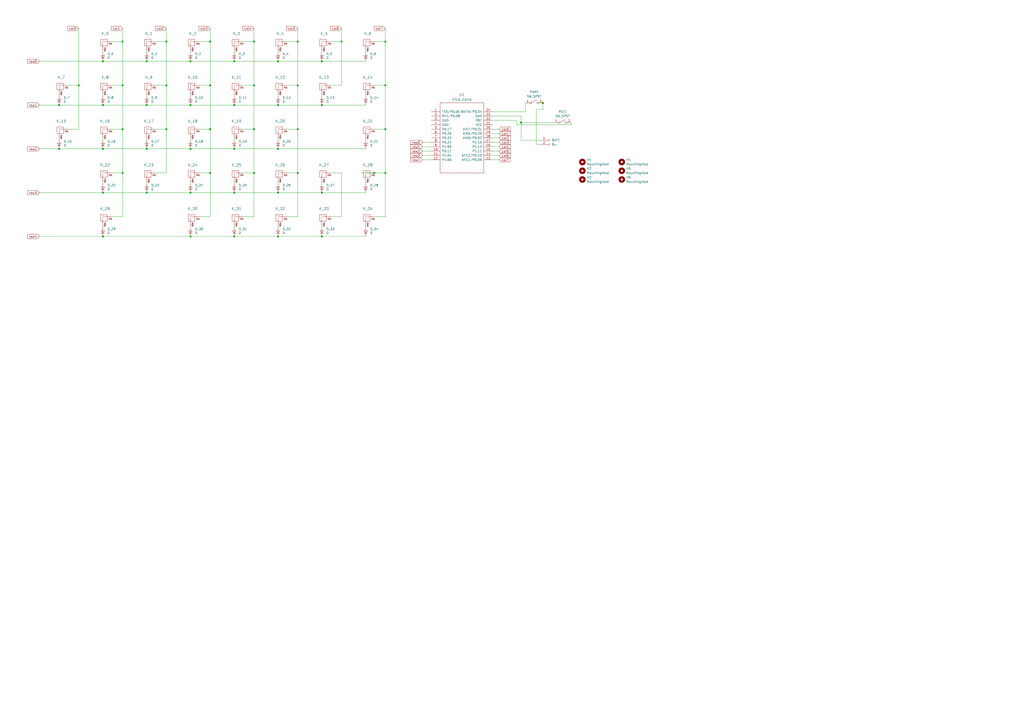
<source format=kicad_sch>
(kicad_sch (version 20231120) (generator "eeschema") (generator_version "8.0")
  (paper "A2")
  (lib_symbols
    (symbol "Connector:Conn_01x02_Socket" (pin_names (offset 1.016) hide)
      (property "Reference" "J" (at 0 2.54 0))
      (property "Value" "Conn_01x02_Socket" (at 0 -5.08 0))
      (symbol "Conn_01x02_Socket_1_1"
        (arc (start 0 -2.032) (mid -0.5058 -2.54) (end 0 -3.048) (stroke (width 0.1524)))
        (polyline (pts (xy -1.27 -2.54) (xy -0.508 -2.54)) (stroke (width 0.1524)))
        (polyline (pts (xy -1.27 0) (xy -0.508 0)) (stroke (width 0.1524)))
        (arc (start 0 0.508) (mid -0.5058 0) (end 0 -0.508) (stroke (width 0.1524)))
        (pin passive line (at -5.08 0 0) (length 3.81) (name "Pin_1") (number "1"))
        (pin passive line (at -5.08 -2.54 0) (length 3.81) (name "Pin_2") (number "2"))
      )
    )
    (symbol "MX_Alps_Hybrid:MX-NoLED" (pin_names (offset 1.016))
      (property "Reference" "MX" (at -0.635 3.81 0))
      (property "Value" "MX-NoLED" (at -0.635 1.27 0))
      (symbol "MX-NoLED_0_0"
        (rectangle (start -2.54 2.54) (end 1.27 -1.27))
        (polyline (pts (xy -1.27 -1.27) (xy -1.27 1.27)) (stroke (width 0.127)))
        (polyline (pts (xy 1.27 1.27) (xy 0 1.27) (xy -1.27 1.905)) (stroke (width 0.127)))
        (text "COL" (at 3.175 0 0) (effects (font (size 0.762 0.762))))
        (text "ROW" (at 0 -1.905 900) (effects (font (size 0.762 0.762)) (justify right)))
      )
      (symbol "MX-NoLED_1_1"
        (pin passive line (at 3.81 1.27 180) (length 2.54) (name "COL") (number "1"))
        (pin passive line (at -1.27 -3.81 90) (length 2.54) (name "ROW") (number "2"))
      )
    )
    (symbol "Mechanical:MountingHole" (pin_names (offset 1.016)) (exclude_from_sim yes) (in_bom no)
      (property "Reference" "H" (at 0 5.08 0))
      (property "Value" "MountingHole" (at 0 3.175 0))
      (symbol "MountingHole_0_1"
        (circle (center 0 0) (radius 1.27) (stroke (width 1.27)))
      )
    )
    (symbol "Switch:SW_SPST" (pin_names (offset 0) hide)
      (property "Reference" "SW" (at 0 3.175 0))
      (property "Value" "SW_SPST" (at 0 -2.54 0))
      (symbol "SW_SPST_0_0"
        (circle (center -2.032 0) (radius 0.508))
        (polyline (pts (xy -1.524 0.254) (xy 1.524 1.778)))
        (circle (center 2.032 0) (radius 0.508))
      )
      (symbol "SW_SPST_1_1"
        (pin passive line (at -5.08 0 0) (length 2.54) (name "A") (number "1"))
        (pin passive line (at 5.08 0 180) (length 2.54) (name "B") (number "2"))
      )
    )
    (symbol "cb:nice_nano" (pin_names (offset 1.016))
      (property "Reference" "U" (at 0 0 0))
      (property "Value" "nice_nano" (at 0 2.54 0))
      (symbol "nice_nano_0_1"
        (rectangle (start -12.7 -21.59) (end 12.7 19.05))
      )
      (symbol "nice_nano_1_1"
        (pin input line (at -17.78 13.97 0) (length 5.08) (name "TX0/P0.06") (number "1"))
        (pin input line (at -17.78 -8.89 0) (length 5.08) (name "P0.11") (number "10"))
        (pin input line (at -17.78 -11.43 0) (length 5.08) (name "P1.04") (number "11"))
        (pin input line (at -17.78 -13.97 0) (length 5.08) (name "P1.06") (number "12"))
        (pin input line (at 17.78 -13.97 180) (length 5.08) (name "NFC1/P0.09") (number "13"))
        (pin input line (at 17.78 -11.43 180) (length 5.08) (name "NFC2/P0.10") (number "14"))
        (pin input line (at 17.78 -8.89 180) (length 5.08) (name "P1.11") (number "15"))
        (pin input line (at 17.78 -6.35 180) (length 5.08) (name "P1.13") (number "16"))
        (pin input line (at 17.78 -3.81 180) (length 5.08) (name "P1.15") (number "17"))
        (pin input line (at 17.78 -1.27 180) (length 5.08) (name "AIN0/P0.02") (number "18"))
        (pin input line (at 17.78 1.27 180) (length 5.08) (name "AIN5/P0.29") (number "19"))
        (pin input line (at -17.78 11.43 0) (length 5.08) (name "RX1/P0.08") (number "2"))
        (pin input line (at 17.78 3.81 180) (length 5.08) (name "AIN7/P0.31") (number "20"))
        (pin input line (at 17.78 6.35 180) (length 5.08) (name "VCC") (number "21"))
        (pin input line (at 17.78 8.89 180) (length 5.08) (name "RST") (number "22"))
        (pin input line (at 17.78 11.43 180) (length 5.08) (name "GND") (number "23"))
        (pin input line (at 17.78 13.97 180) (length 5.08) (name "BATIN/P0.04") (number "24"))
        (pin input line (at -17.78 8.89 0) (length 5.08) (name "GND") (number "3"))
        (pin input line (at -17.78 6.35 0) (length 5.08) (name "GND") (number "4"))
        (pin input line (at -17.78 3.81 0) (length 5.08) (name "P0.17") (number "5"))
        (pin input line (at -17.78 1.27 0) (length 5.08) (name "P0.20") (number "6"))
        (pin input line (at -17.78 -1.27 0) (length 5.08) (name "P0.22") (number "7"))
        (pin input line (at -17.78 -3.81 0) (length 5.08) (name "P0.24") (number "8"))
        (pin input line (at -17.78 -6.35 0) (length 5.08) (name "P1.00") (number "9"))
      )
    )
    (symbol "keyboard-rescue:D_Small-Device" (pin_numbers hide) (pin_names (offset 0.254) hide)
      (property "Reference" "D" (at -1.27 2.032 0))
      (property "Value" "Device_D_Small" (at -3.81 -2.032 0))
      (symbol "D_Small-Device_0_1"
        (polyline (pts (xy -0.762 -1.016) (xy -0.762 1.016)))
        (polyline (pts (xy -0.762 0) (xy 0.762 0)))
        (polyline (pts (xy 0.762 -1.016) (xy -0.762 0) (xy 0.762 1.016) (xy 0.762 -1.016)))
      )
      (symbol "D_Small-Device_1_1"
        (pin passive line (at -2.54 0 0) (length 1.778) (name "K") (number "1"))
        (pin passive line (at 2.54 0 180) (length 1.778) (name "A") (number "2"))
      )
    )
  )
  (junction (at 96.52 74.93))
  (junction (at 172.72 74.93))
  (junction (at 71.12 100.33))
  (junction (at 110.49 137.16))
  (junction (at 135.89 86.36))
  (junction (at 314.96 59.69))
  (junction (at 198.12 24.13))
  (junction (at 45.72 49.53))
  (junction (at 186.69 137.16))
  (junction (at 110.49 35.56))
  (junction (at 147.32 100.33))
  (junction (at 223.52 74.93))
  (junction (at 110.49 111.76))
  (junction (at 121.92 100.33))
  (junction (at 59.69 60.96))
  (junction (at 59.69 86.36))
  (junction (at 161.29 35.56))
  (junction (at 172.72 24.13))
  (junction (at 85.09 86.36))
  (junction (at 110.49 86.36))
  (junction (at 147.32 49.53))
  (junction (at 85.09 35.56))
  (junction (at 71.12 49.53))
  (junction (at 135.89 111.76))
  (junction (at 186.69 35.56))
  (junction (at 121.92 24.13))
  (junction (at 161.29 60.96))
  (junction (at 172.72 100.33))
  (junction (at 147.32 74.93))
  (junction (at 71.12 74.93))
  (junction (at 161.29 86.36))
  (junction (at 121.92 49.53))
  (junction (at 85.09 60.96))
  (junction (at 59.69 111.76))
  (junction (at 147.32 24.13))
  (junction (at 34.29 86.36))
  (junction (at 223.52 100.33))
  (junction (at 96.52 49.53))
  (junction (at 223.52 49.53))
  (junction (at 59.69 35.56))
  (junction (at 85.09 111.76))
  (junction (at 110.49 60.96))
  (junction (at 186.69 60.96))
  (junction (at 161.29 137.16))
  (junction (at 96.52 24.13))
  (junction (at 34.29 60.96))
  (junction (at 161.29 111.76))
  (junction (at 172.72 49.53))
  (junction (at 186.69 111.76))
  (junction (at 59.69 137.16))
  (junction (at 217.17 100.33))
  (junction (at 135.89 60.96))
  (junction (at 71.12 24.13))
  (junction (at 135.89 35.56))
  (junction (at 135.89 137.16))
  (junction (at 121.92 74.93))
  (junction (at 223.52 24.13))
  (junction (at 302.26 71.12))
  (wire (pts (xy 166.37 24.13) (xy 172.72 24.13)))
  (wire (pts (xy 285.75 64.77) (xy 304.8 64.77)))
  (wire (pts (xy 59.69 54.61) (xy 59.69 55.88)))
  (wire (pts (xy 110.49 105.41) (xy 110.49 106.68)))
  (wire (pts (xy 71.12 24.13) (xy 71.12 49.53)))
  (wire (pts (xy 59.69 130.81) (xy 59.69 132.08)))
  (wire (pts (xy 198.12 125.73) (xy 198.12 100.33)))
  (wire (pts (xy 302.26 71.12) (xy 302.26 67.31)))
  (wire (pts (xy 45.72 74.93) (xy 45.72 49.53)))
  (wire (pts (xy 172.72 100.33) (xy 172.72 74.93)))
  (wire (pts (xy 285.75 85.09) (xy 289.56 85.09)))
  (wire (pts (xy 115.57 49.53) (xy 121.92 49.53)))
  (wire (pts (xy 34.29 86.36) (xy 59.69 86.36)))
  (wire (pts (xy 285.75 87.63) (xy 289.56 87.63)))
  (wire (pts (xy 250.19 92.71) (xy 245.11 92.71)))
  (wire (pts (xy 212.09 54.61) (xy 212.09 55.88)))
  (wire (pts (xy 212.09 29.21) (xy 212.09 30.48)))
  (wire (pts (xy 90.17 24.13) (xy 96.52 24.13)))
  (wire (pts (xy 34.29 60.96) (xy 59.69 60.96)))
  (wire (pts (xy 110.49 29.21) (xy 110.49 30.48)))
  (wire (pts (xy 96.52 24.13) (xy 96.52 49.53)))
  (wire (pts (xy 285.75 74.93) (xy 289.56 74.93)))
  (wire (pts (xy 186.69 105.41) (xy 186.69 106.68)))
  (wire (pts (xy 161.29 35.56) (xy 186.69 35.56)))
  (wire (pts (xy 212.09 80.01) (xy 212.09 81.28)))
  (wire (pts (xy 314.96 63.5) (xy 314.96 59.69)))
  (wire (pts (xy 110.49 86.36) (xy 135.89 86.36)))
  (wire (pts (xy 22.86 86.36) (xy 34.29 86.36)))
  (wire (pts (xy 135.89 35.56) (xy 161.29 35.56)))
  (wire (pts (xy 90.17 74.93) (xy 96.52 74.93)))
  (wire (pts (xy 191.77 100.33) (xy 198.12 100.33)))
  (wire (pts (xy 110.49 54.61) (xy 110.49 55.88)))
  (wire (pts (xy 166.37 49.53) (xy 172.72 49.53)))
  (wire (pts (xy 166.37 100.33) (xy 172.72 100.33)))
  (wire (pts (xy 223.52 125.73) (xy 223.52 100.33)))
  (wire (pts (xy 302.26 81.28) (xy 313.69 81.28)))
  (wire (pts (xy 85.09 35.56) (xy 110.49 35.56)))
  (wire (pts (xy 304.8 64.77) (xy 304.8 59.69)))
  (wire (pts (xy 166.37 125.73) (xy 172.72 125.73)))
  (wire (pts (xy 90.17 49.53) (xy 96.52 49.53)))
  (wire (pts (xy 223.52 16.51) (xy 223.52 24.13)))
  (wire (pts (xy 135.89 60.96) (xy 161.29 60.96)))
  (wire (pts (xy 115.57 74.93) (xy 121.92 74.93)))
  (wire (pts (xy 59.69 105.41) (xy 59.69 106.68)))
  (wire (pts (xy 161.29 54.61) (xy 161.29 55.88)))
  (wire (pts (xy 161.29 86.36) (xy 212.09 86.36)))
  (wire (pts (xy 135.89 86.36) (xy 161.29 86.36)))
  (wire (pts (xy 311.15 83.82) (xy 311.15 63.5)))
  (wire (pts (xy 140.97 100.33) (xy 147.32 100.33)))
  (wire (pts (xy 34.29 80.01) (xy 34.29 81.28)))
  (wire (pts (xy 135.89 105.41) (xy 135.89 106.68)))
  (wire (pts (xy 110.49 111.76) (xy 135.89 111.76)))
  (wire (pts (xy 34.29 54.61) (xy 34.29 55.88)))
  (wire (pts (xy 85.09 29.21) (xy 85.09 30.48)))
  (wire (pts (xy 172.72 16.51) (xy 172.72 24.13)))
  (wire (pts (xy 212.09 130.81) (xy 212.09 132.08)))
  (wire (pts (xy 161.29 130.81) (xy 161.29 132.08)))
  (wire (pts (xy 64.77 24.13) (xy 71.12 24.13)))
  (wire (pts (xy 321.31 71.12) (xy 302.26 71.12)))
  (wire (pts (xy 161.29 111.76) (xy 186.69 111.76)))
  (wire (pts (xy 90.17 100.33) (xy 96.52 100.33)))
  (wire (pts (xy 85.09 80.01) (xy 85.09 81.28)))
  (wire (pts (xy 299.72 69.85) (xy 285.75 69.85)))
  (wire (pts (xy 302.26 81.28) (xy 302.26 71.12)))
  (wire (pts (xy 191.77 49.53) (xy 198.12 49.53)))
  (wire (pts (xy 135.89 29.21) (xy 135.89 30.48)))
  (wire (pts (xy 250.19 85.09) (xy 245.11 85.09)))
  (wire (pts (xy 59.69 35.56) (xy 85.09 35.56)))
  (wire (pts (xy 140.97 74.93) (xy 147.32 74.93)))
  (wire (pts (xy 186.69 137.16) (xy 212.09 137.16)))
  (wire (pts (xy 186.69 35.56) (xy 212.09 35.56)))
  (wire (pts (xy 59.69 29.21) (xy 59.69 30.48)))
  (wire (pts (xy 85.09 111.76) (xy 110.49 111.76)))
  (wire (pts (xy 223.52 24.13) (xy 223.52 49.53)))
  (wire (pts (xy 140.97 49.53) (xy 147.32 49.53)))
  (wire (pts (xy 285.75 77.47) (xy 289.56 77.47)))
  (wire (pts (xy 223.52 100.33) (xy 223.52 74.93)))
  (wire (pts (xy 115.57 100.33) (xy 121.92 100.33)))
  (wire (pts (xy 285.75 80.01) (xy 289.56 80.01)))
  (wire (pts (xy 110.49 137.16) (xy 135.89 137.16)))
  (wire (pts (xy 331.47 72.39) (xy 299.72 72.39)))
  (wire (pts (xy 198.12 16.51) (xy 198.12 24.13)))
  (wire (pts (xy 186.69 29.21) (xy 186.69 30.48)))
  (wire (pts (xy 186.69 130.81) (xy 186.69 132.08)))
  (wire (pts (xy 39.37 74.93) (xy 45.72 74.93)))
  (wire (pts (xy 217.17 74.93) (xy 223.52 74.93)))
  (wire (pts (xy 85.09 105.41) (xy 85.09 106.68)))
  (wire (pts (xy 299.72 72.39) (xy 299.72 69.85)))
  (wire (pts (xy 285.75 90.17) (xy 289.56 90.17)))
  (wire (pts (xy 115.57 24.13) (xy 121.92 24.13)))
  (wire (pts (xy 198.12 24.13) (xy 198.12 49.53)))
  (wire (pts (xy 71.12 74.93) (xy 71.12 49.53)))
  (wire (pts (xy 59.69 60.96) (xy 85.09 60.96)))
  (wire (pts (xy 250.19 90.17) (xy 245.11 90.17)))
  (wire (pts (xy 64.77 49.53) (xy 71.12 49.53)))
  (wire (pts (xy 217.17 49.53) (xy 223.52 49.53)))
  (wire (pts (xy 110.49 80.01) (xy 110.49 81.28)))
  (wire (pts (xy 186.69 111.76) (xy 212.09 111.76)))
  (wire (pts (xy 209.55 100.33) (xy 217.17 100.33)))
  (wire (pts (xy 121.92 100.33) (xy 121.92 74.93)))
  (wire (pts (xy 135.89 54.61) (xy 135.89 55.88)))
  (wire (pts (xy 96.52 74.93) (xy 96.52 49.53)))
  (wire (pts (xy 186.69 60.96) (xy 212.09 60.96)))
  (wire (pts (xy 96.52 100.33) (xy 96.52 74.93)))
  (wire (pts (xy 161.29 60.96) (xy 186.69 60.96)))
  (wire (pts (xy 161.29 105.41) (xy 161.29 106.68)))
  (wire (pts (xy 161.29 80.01) (xy 161.29 81.28)))
  (wire (pts (xy 147.32 24.13) (xy 147.32 49.53)))
  (wire (pts (xy 212.09 105.41) (xy 212.09 106.68)))
  (wire (pts (xy 135.89 130.81) (xy 135.89 132.08)))
  (wire (pts (xy 285.75 92.71) (xy 289.56 92.71)))
  (wire (pts (xy 147.32 100.33) (xy 147.32 74.93)))
  (wire (pts (xy 71.12 100.33) (xy 71.12 74.93)))
  (wire (pts (xy 121.92 74.93) (xy 121.92 49.53)))
  (wire (pts (xy 161.29 29.21) (xy 161.29 30.48)))
  (wire (pts (xy 331.47 71.12) (xy 331.47 72.39)))
  (wire (pts (xy 217.17 125.73) (xy 223.52 125.73)))
  (wire (pts (xy 302.26 67.31) (xy 285.75 67.31)))
  (wire (pts (xy 64.77 74.93) (xy 71.12 74.93)))
  (wire (pts (xy 22.86 111.76) (xy 59.69 111.76)))
  (wire (pts (xy 172.72 74.93) (xy 172.72 49.53)))
  (wire (pts (xy 191.77 24.13) (xy 198.12 24.13)))
  (wire (pts (xy 223.52 74.93) (xy 223.52 49.53)))
  (wire (pts (xy 217.17 24.13) (xy 223.52 24.13)))
  (wire (pts (xy 64.77 125.73) (xy 71.12 125.73)))
  (wire (pts (xy 135.89 137.16) (xy 161.29 137.16)))
  (wire (pts (xy 59.69 137.16) (xy 110.49 137.16)))
  (wire (pts (xy 45.72 16.51) (xy 45.72 49.53)))
  (wire (pts (xy 140.97 24.13) (xy 147.32 24.13)))
  (wire (pts (xy 115.57 125.73) (xy 121.92 125.73)))
  (wire (pts (xy 191.77 125.73) (xy 198.12 125.73)))
  (wire (pts (xy 313.69 83.82) (xy 311.15 83.82)))
  (wire (pts (xy 22.86 35.56) (xy 59.69 35.56)))
  (wire (pts (xy 121.92 24.13) (xy 121.92 49.53)))
  (wire (pts (xy 85.09 60.96) (xy 110.49 60.96)))
  (wire (pts (xy 96.52 16.51) (xy 96.52 24.13)))
  (wire (pts (xy 250.19 82.55) (xy 245.11 82.55)))
  (wire (pts (xy 22.86 60.96) (xy 34.29 60.96)))
  (wire (pts (xy 59.69 111.76) (xy 85.09 111.76)))
  (wire (pts (xy 285.75 82.55) (xy 289.56 82.55)))
  (wire (pts (xy 172.72 24.13) (xy 172.72 49.53)))
  (wire (pts (xy 186.69 54.61) (xy 186.69 55.88)))
  (wire (pts (xy 121.92 16.51) (xy 121.92 24.13)))
  (wire (pts (xy 121.92 125.73) (xy 121.92 100.33)))
  (wire (pts (xy 85.09 54.61) (xy 85.09 55.88)))
  (wire (pts (xy 311.15 63.5) (xy 314.96 63.5)))
  (wire (pts (xy 59.69 86.36) (xy 85.09 86.36)))
  (wire (pts (xy 135.89 111.76) (xy 161.29 111.76)))
  (wire (pts (xy 39.37 49.53) (xy 45.72 49.53)))
  (wire (pts (xy 22.86 137.16) (xy 59.69 137.16)))
  (wire (pts (xy 110.49 35.56) (xy 135.89 35.56)))
  (wire (pts (xy 147.32 74.93) (xy 147.32 49.53)))
  (wire (pts (xy 64.77 100.33) (xy 71.12 100.33)))
  (wire (pts (xy 172.72 125.73) (xy 172.72 100.33)))
  (wire (pts (xy 110.49 60.96) (xy 135.89 60.96)))
  (wire (pts (xy 71.12 16.51) (xy 71.12 24.13)))
  (wire (pts (xy 110.49 130.81) (xy 110.49 132.08)))
  (wire (pts (xy 140.97 125.73) (xy 147.32 125.73)))
  (wire (pts (xy 217.17 100.33) (xy 223.52 100.33)))
  (wire (pts (xy 147.32 16.51) (xy 147.32 24.13)))
  (wire (pts (xy 59.69 80.01) (xy 59.69 81.28)))
  (wire (pts (xy 250.19 87.63) (xy 245.11 87.63)))
  (wire (pts (xy 85.09 86.36) (xy 110.49 86.36)))
  (wire (pts (xy 147.32 125.73) (xy 147.32 100.33)))
  (wire (pts (xy 313.69 59.69) (xy 314.96 59.69)))
  (wire (pts (xy 161.29 137.16) (xy 186.69 137.16)))
  (wire (pts (xy 166.37 74.93) (xy 172.72 74.93)))
  (wire (pts (xy 135.89 80.01) (xy 135.89 81.28)))
  (wire (pts (xy 71.12 125.73) (xy 71.12 100.33)))
  (global_label "col1" (shape input) (at 71.12 16.51 180) (property "Intersheetrefs" "${INTERSHEET_REFS}" (effects (hide yes))))
  (global_label "row4" (shape input) (at 22.86 137.16 180) (property "Intersheetrefs" "${INTERSHEET_REFS}" (effects (hide yes))))
  (global_label "row0" (shape input) (at 245.11 82.55 180) (property "Intersheetrefs" "${INTERSHEET_REFS}" (effects (hide yes))))
  (global_label "col0" (shape input) (at 289.56 74.93 0) (property "Intersheetrefs" "${INTERSHEET_REFS}" (effects (hide yes))))
  (global_label "row2" (shape input) (at 22.86 86.36 180) (property "Intersheetrefs" "${INTERSHEET_REFS}" (effects (hide yes))))
  (global_label "row0" (shape input) (at 22.86 35.56 180) (property "Intersheetrefs" "${INTERSHEET_REFS}" (effects (hide yes))))
  (global_label "col4" (shape input) (at 289.56 85.09 0) (property "Intersheetrefs" "${INTERSHEET_REFS}" (effects (hide yes))))
  (global_label "row4" (shape input) (at 245.11 92.71 180) (property "Intersheetrefs" "${INTERSHEET_REFS}" (effects (hide yes))))
  (global_label "row1" (shape input) (at 22.86 60.96 180) (property "Intersheetrefs" "${INTERSHEET_REFS}" (effects (hide yes))))
  (global_label "row3" (shape input) (at 245.11 90.17 180) (property "Intersheetrefs" "${INTERSHEET_REFS}" (effects (hide yes))))
  (global_label "row3" (shape input) (at 22.86 111.76 180) (property "Intersheetrefs" "${INTERSHEET_REFS}" (effects (hide yes))))
  (global_label "col2" (shape input) (at 289.56 80.01 0) (property "Intersheetrefs" "${INTERSHEET_REFS}" (effects (hide yes))))
  (global_label "col4" (shape input) (at 147.32 16.51 180) (property "Intersheetrefs" "${INTERSHEET_REFS}" (effects (hide yes))))
  (global_label "col1" (shape input) (at 289.56 77.47 0) (property "Intersheetrefs" "${INTERSHEET_REFS}" (effects (hide yes))))
  (global_label "col5" (shape input) (at 172.72 16.51 180) (property "Intersheetrefs" "${INTERSHEET_REFS}" (effects (hide yes))))
  (global_label "col0" (shape input) (at 45.72 16.51 180) (property "Intersheetrefs" "${INTERSHEET_REFS}" (effects (hide yes))))
  (global_label "col7" (shape input) (at 289.56 92.71 0) (property "Intersheetrefs" "${INTERSHEET_REFS}" (effects (hide yes))))
  (global_label "col3" (shape input) (at 121.92 16.51 180) (property "Intersheetrefs" "${INTERSHEET_REFS}" (effects (hide yes))))
  (global_label "col7" (shape input) (at 223.52 16.51 180) (property "Intersheetrefs" "${INTERSHEET_REFS}" (effects (hide yes))))
  (global_label "row1" (shape input) (at 245.11 85.09 180) (property "Intersheetrefs" "${INTERSHEET_REFS}" (effects (hide yes))))
  (global_label "row2" (shape input) (at 245.11 87.63 180) (property "Intersheetrefs" "${INTERSHEET_REFS}" (effects (hide yes))))
  (global_label "col6" (shape input) (at 289.56 90.17 0) (property "Intersheetrefs" "${INTERSHEET_REFS}" (effects (hide yes))))
  (global_label "col5" (shape input) (at 289.56 87.63 0) (property "Intersheetrefs" "${INTERSHEET_REFS}" (effects (hide yes))))
  (global_label "col2" (shape input) (at 96.52 16.51 180) (property "Intersheetrefs" "${INTERSHEET_REFS}" (effects (hide yes))))
  (global_label "col3" (shape input) (at 289.56 82.55 0) (property "Intersheetrefs" "${INTERSHEET_REFS}" (effects (hide yes))))
  (global_label "col6" (shape input) (at 198.12 16.51 180) (property "Intersheetrefs" "${INTERSHEET_REFS}" (effects (hide yes))))
  (symbol (lib_id "MX_Alps_Hybrid:MX-NoLED") (at 60.96 25.4 0) (unit 1)
    (property "Reference" "K_0" (at 60.96 19.4818 0) (effects (font (size 1.524 1.524))))
    (property "Value" "KEYSW" (effects (hide yes)))
    (property "Footprint" "PCM_Switch_Keyboard_Hotswap_Kailh:SW_Hotswap_Kailh_Choc_V1_Plated_1.00u" (effects (hide yes)))
  )
  (symbol (lib_id "keyboard-rescue:D_Small-Device") (at 85.09 33.02 90) (unit 1)
    (property "Reference" "D_1" (at 87.63 31.242 90) (effects (justify right)))
    (property "Value" "D" (at 87.63 33.528 90) (effects (justify right)))
    (property "Footprint" "ScottoKeebs_Components:Diode_DO-35" (effects (hide yes)))
  )
  (symbol (lib_id "MX_Alps_Hybrid:MX-NoLED") (at 86.36 25.4 0) (unit 1)
    (property "Reference" "K_1" (at 86.36 19.4818 0) (effects (font (size 1.524 1.524))))
    (property "Value" "KEYSW" (effects (hide yes)))
    (property "Footprint" "PCM_Switch_Keyboard_Hotswap_Kailh:SW_Hotswap_Kailh_Choc_V1_Plated_1.00u" (effects (hide yes)))
  )
  (symbol (lib_id "keyboard-rescue:D_Small-Device") (at 110.49 33.02 90) (unit 1)
    (property "Reference" "D_2" (at 113.03 31.242 90) (effects (justify right)))
    (property "Value" "D" (at 113.03 33.528 90) (effects (justify right)))
    (property "Footprint" "ScottoKeebs_Components:Diode_DO-35" (effects (hide yes)))
  )
  (symbol (lib_id "MX_Alps_Hybrid:MX-NoLED") (at 111.76 25.4 0) (unit 1)
    (property "Reference" "K_2" (at 111.76 19.4818 0) (effects (font (size 1.524 1.524))))
    (property "Value" "KEYSW" (effects (hide yes)))
    (property "Footprint" "PCM_Switch_Keyboard_Hotswap_Kailh:SW_Hotswap_Kailh_Choc_V1_Plated_1.00u" (effects (hide yes)))
  )
  (symbol (lib_id "keyboard-rescue:D_Small-Device") (at 135.89 33.02 90) (unit 1)
    (property "Reference" "D_3" (at 138.43 31.242 90) (effects (justify right)))
    (property "Value" "D" (at 138.43 33.528 90) (effects (justify right)))
    (property "Footprint" "ScottoKeebs_Components:Diode_DO-35" (effects (hide yes)))
  )
  (symbol (lib_id "MX_Alps_Hybrid:MX-NoLED") (at 137.16 25.4 0) (unit 1)
    (property "Reference" "K_3" (at 137.16 19.4818 0) (effects (font (size 1.524 1.524))))
    (property "Value" "KEYSW" (effects (hide yes)))
    (property "Footprint" "PCM_Switch_Keyboard_Hotswap_Kailh:SW_Hotswap_Kailh_Choc_V1_Plated_1.00u" (effects (hide yes)))
  )
  (symbol (lib_id "keyboard-rescue:D_Small-Device") (at 161.29 33.02 90) (unit 1)
    (property "Reference" "D_4" (at 163.83 31.242 90) (effects (justify right)))
    (property "Value" "D" (at 163.83 33.528 90) (effects (justify right)))
    (property "Footprint" "ScottoKeebs_Components:Diode_DO-35" (effects (hide yes)))
  )
  (symbol (lib_id "MX_Alps_Hybrid:MX-NoLED") (at 162.56 25.4 0) (unit 1)
    (property "Reference" "K_4" (at 162.56 19.4818 0) (effects (font (size 1.524 1.524))))
    (property "Value" "KEYSW" (effects (hide yes)))
    (property "Footprint" "PCM_Switch_Keyboard_Hotswap_Kailh:SW_Hotswap_Kailh_Choc_V1_Plated_1.00u" (effects (hide yes)))
  )
  (symbol (lib_id "keyboard-rescue:D_Small-Device") (at 186.69 33.02 90) (unit 1)
    (property "Reference" "D_5" (at 189.23 31.242 90) (effects (justify right)))
    (property "Value" "D" (at 189.23 33.528 90) (effects (justify right)))
    (property "Footprint" "ScottoKeebs_Components:Diode_DO-35" (effects (hide yes)))
  )
  (symbol (lib_id "MX_Alps_Hybrid:MX-NoLED") (at 187.96 25.4 0) (unit 1)
    (property "Reference" "K_5" (at 187.96 19.4818 0) (effects (font (size 1.524 1.524))))
    (property "Value" "KEYSW" (effects (hide yes)))
    (property "Footprint" "PCM_Switch_Keyboard_Hotswap_Kailh:SW_Hotswap_Kailh_Choc_V1_Plated_1.00u" (effects (hide yes)))
  )
  (symbol (lib_id "keyboard-rescue:D_Small-Device") (at 212.09 33.02 90) (unit 1)
    (property "Reference" "D_6" (at 214.63 31.242 90) (effects (justify right)))
    (property "Value" "D" (at 214.63 33.528 90) (effects (justify right)))
    (property "Footprint" "ScottoKeebs_Components:Diode_DO-35" (effects (hide yes)))
  )
  (symbol (lib_id "MX_Alps_Hybrid:MX-NoLED") (at 213.36 25.4 0) (unit 1)
    (property "Reference" "K_6" (at 213.36 19.4818 0) (effects (font (size 1.524 1.524))))
    (property "Value" "KEYSW" (effects (hide yes)))
    (property "Footprint" "PCM_Switch_Keyboard_Hotswap_Kailh:SW_Hotswap_Kailh_Choc_V1_Plated_1.50u" (effects (hide yes)))
  )
  (symbol (lib_id "keyboard-rescue:D_Small-Device") (at 34.29 58.42 90) (unit 1)
    (property "Reference" "D_7" (at 36.83 56.642 90) (effects (justify right)))
    (property "Value" "D" (at 36.83 58.928 90) (effects (justify right)))
    (property "Footprint" "ScottoKeebs_Components:Diode_DO-35" (effects (hide yes)))
  )
  (symbol (lib_id "MX_Alps_Hybrid:MX-NoLED") (at 35.56 50.8 0) (unit 1)
    (property "Reference" "K_7" (at 35.56 44.8818 0) (effects (font (size 1.524 1.524))))
    (property "Value" "KEYSW" (effects (hide yes)))
    (property "Footprint" "PCM_Switch_Keyboard_Hotswap_Kailh:SW_Hotswap_Kailh_Choc_V1_Plated_1.00u" (effects (hide yes)))
  )
  (symbol (lib_id "keyboard-rescue:D_Small-Device") (at 59.69 58.42 90) (unit 1)
    (property "Reference" "D_8" (at 62.23 56.642 90) (effects (justify right)))
    (property "Value" "D" (at 62.23 58.928 90) (effects (justify right)))
    (property "Footprint" "ScottoKeebs_Components:Diode_DO-35" (effects (hide yes)))
  )
  (symbol (lib_id "MX_Alps_Hybrid:MX-NoLED") (at 60.96 50.8 0) (unit 1)
    (property "Reference" "K_8" (at 60.96 44.8818 0) (effects (font (size 1.524 1.524))))
    (property "Value" "KEYSW" (effects (hide yes)))
    (property "Footprint" "PCM_Switch_Keyboard_Hotswap_Kailh:SW_Hotswap_Kailh_Choc_V1_Plated_1.00u" (effects (hide yes)))
  )
  (symbol (lib_id "keyboard-rescue:D_Small-Device") (at 85.09 58.42 90) (unit 1)
    (property "Reference" "D_9" (at 87.63 56.642 90) (effects (justify right)))
    (property "Value" "D" (at 87.63 58.928 90) (effects (justify right)))
    (property "Footprint" "ScottoKeebs_Components:Diode_DO-35" (effects (hide yes)))
  )
  (symbol (lib_id "MX_Alps_Hybrid:MX-NoLED") (at 86.36 50.8 0) (unit 1)
    (property "Reference" "K_9" (at 86.36 44.8818 0) (effects (font (size 1.524 1.524))))
    (property "Value" "KEYSW" (effects (hide yes)))
    (property "Footprint" "PCM_Switch_Keyboard_Hotswap_Kailh:SW_Hotswap_Kailh_Choc_V1_Plated_1.00u" (effects (hide yes)))
  )
  (symbol (lib_id "keyboard-rescue:D_Small-Device") (at 110.49 58.42 90) (unit 1)
    (property "Reference" "D_10" (at 113.03 56.642 90) (effects (justify right)))
    (property "Value" "D" (at 113.03 58.928 90) (effects (justify right)))
    (property "Footprint" "ScottoKeebs_Components:Diode_DO-35" (effects (hide yes)))
  )
  (symbol (lib_id "MX_Alps_Hybrid:MX-NoLED") (at 111.76 50.8 0) (unit 1)
    (property "Reference" "K_10" (at 111.76 44.8818 0) (effects (font (size 1.524 1.524))))
    (property "Value" "KEYSW" (effects (hide yes)))
    (property "Footprint" "PCM_Switch_Keyboard_Hotswap_Kailh:SW_Hotswap_Kailh_Choc_V1_Plated_1.00u" (effects (hide yes)))
  )
  (symbol (lib_id "keyboard-rescue:D_Small-Device") (at 135.89 58.42 90) (unit 1)
    (property "Reference" "D_11" (at 138.43 56.642 90) (effects (justify right)))
    (property "Value" "D" (at 138.43 58.928 90) (effects (justify right)))
    (property "Footprint" "ScottoKeebs_Components:Diode_DO-35" (effects (hide yes)))
  )
  (symbol (lib_id "MX_Alps_Hybrid:MX-NoLED") (at 137.16 50.8 0) (unit 1)
    (property "Reference" "K_11" (at 137.16 44.8818 0) (effects (font (size 1.524 1.524))))
    (property "Value" "KEYSW" (effects (hide yes)))
    (property "Footprint" "PCM_Switch_Keyboard_Hotswap_Kailh:SW_Hotswap_Kailh_Choc_V1_Plated_1.00u" (effects (hide yes)))
  )
  (symbol (lib_id "keyboard-rescue:D_Small-Device") (at 161.29 58.42 90) (unit 1)
    (property "Reference" "D_12" (at 163.83 56.642 90) (effects (justify right)))
    (property "Value" "D" (at 163.83 58.928 90) (effects (justify right)))
    (property "Footprint" "ScottoKeebs_Components:Diode_DO-35" (effects (hide yes)))
  )
  (symbol (lib_id "MX_Alps_Hybrid:MX-NoLED") (at 162.56 50.8 0) (unit 1)
    (property "Reference" "K_12" (at 162.56 44.8818 0) (effects (font (size 1.524 1.524))))
    (property "Value" "KEYSW" (effects (hide yes)))
    (property "Footprint" "PCM_Switch_Keyboard_Hotswap_Kailh:SW_Hotswap_Kailh_Choc_V1_Plated_1.00u" (effects (hide yes)))
  )
  (symbol (lib_id "keyboard-rescue:D_Small-Device") (at 186.69 58.42 90) (unit 1)
    (property "Reference" "D_13" (at 189.23 56.642 90) (effects (justify right)))
    (property "Value" "D" (at 189.23 58.928 90) (effects (justify right)))
    (property "Footprint" "ScottoKeebs_Components:Diode_DO-35" (effects (hide yes)))
  )
  (symbol (lib_id "MX_Alps_Hybrid:MX-NoLED") (at 187.96 50.8 0) (unit 1)
    (property "Reference" "K_13" (at 187.96 44.8818 0) (effects (font (size 1.524 1.524))))
    (property "Value" "KEYSW" (effects (hide yes)))
    (property "Footprint" "PCM_Switch_Keyboard_Hotswap_Kailh:SW_Hotswap_Kailh_Choc_V1_Plated_1.00u" (effects (hide yes)))
  )
  (symbol (lib_id "keyboard-rescue:D_Small-Device") (at 212.09 58.42 90) (unit 1)
    (property "Reference" "D_14" (at 214.63 56.642 90) (effects (justify right)))
    (property "Value" "D" (at 214.63 58.928 90) (effects (justify right)))
    (property "Footprint" "ScottoKeebs_Components:Diode_DO-35" (effects (hide yes)))
  )
  (symbol (lib_id "MX_Alps_Hybrid:MX-NoLED") (at 213.36 50.8 0) (unit 1)
    (property "Reference" "K_14" (at 213.36 44.8818 0) (effects (font (size 1.524 1.524))))
    (property "Value" "KEYSW" (effects (hide yes)))
    (property "Footprint" "PCM_Switch_Keyboard_Hotswap_Kailh:SW_Hotswap_Kailh_Choc_V1_Plated_1.00u" (effects (hide yes)))
  )
  (symbol (lib_id "keyboard-rescue:D_Small-Device") (at 34.29 83.82 90) (unit 1)
    (property "Reference" "D_15" (at 36.83 82.042 90) (effects (justify right)))
    (property "Value" "D" (at 36.83 84.328 90) (effects (justify right)))
    (property "Footprint" "ScottoKeebs_Components:Diode_DO-35" (effects (hide yes)))
  )
  (symbol (lib_id "MX_Alps_Hybrid:MX-NoLED") (at 35.56 76.2 0) (unit 1)
    (property "Reference" "K_15" (at 35.56 70.2818 0) (effects (font (size 1.524 1.524))))
    (property "Value" "KEYSW" (effects (hide yes)))
    (property "Footprint" "PCM_Switch_Keyboard_Hotswap_Kailh:SW_Hotswap_Kailh_Choc_V1_Plated_1.00u" (effects (hide yes)))
  )
  (symbol (lib_id "keyboard-rescue:D_Small-Device") (at 59.69 83.82 90) (unit 1)
    (property "Reference" "D_16" (at 62.23 82.042 90) (effects (justify right)))
    (property "Value" "D" (at 62.23 84.328 90) (effects (justify right)))
    (property "Footprint" "ScottoKeebs_Components:Diode_DO-35" (effects (hide yes)))
  )
  (symbol (lib_id "MX_Alps_Hybrid:MX-NoLED") (at 60.96 76.2 0) (unit 1)
    (property "Reference" "K_16" (at 60.96 70.2818 0) (effects (font (size 1.524 1.524))))
    (property "Value" "KEYSW" (effects (hide yes)))
    (property "Footprint" "PCM_Switch_Keyboard_Hotswap_Kailh:SW_Hotswap_Kailh_Choc_V1_Plated_1.00u" (effects (hide yes)))
  )
  (symbol (lib_id "keyboard-rescue:D_Small-Device") (at 85.09 83.82 90) (unit 1)
    (property "Reference" "D_17" (at 87.63 82.042 90) (effects (justify right)))
    (property "Value" "D" (at 87.63 84.328 90) (effects (justify right)))
    (property "Footprint" "ScottoKeebs_Components:Diode_DO-35" (effects (hide yes)))
  )
  (symbol (lib_id "MX_Alps_Hybrid:MX-NoLED") (at 86.36 76.2 0) (unit 1)
    (property "Reference" "K_17" (at 86.36 70.2818 0) (effects (font (size 1.524 1.524))))
    (property "Value" "KEYSW" (effects (hide yes)))
    (property "Footprint" "PCM_Switch_Keyboard_Hotswap_Kailh:SW_Hotswap_Kailh_Choc_V1_Plated_1.00u" (effects (hide yes)))
  )
  (symbol (lib_id "keyboard-rescue:D_Small-Device") (at 110.49 83.82 90) (unit 1)
    (property "Reference" "D_18" (at 113.03 82.042 90) (effects (justify right)))
    (property "Value" "D" (at 113.03 84.328 90) (effects (justify right)))
    (property "Footprint" "ScottoKeebs_Components:Diode_DO-35" (effects (hide yes)))
  )
  (symbol (lib_id "MX_Alps_Hybrid:MX-NoLED") (at 111.76 76.2 0) (unit 1)
    (property "Reference" "K_18" (at 111.76 70.2818 0) (effects (font (size 1.524 1.524))))
    (property "Value" "KEYSW" (effects (hide yes)))
    (property "Footprint" "PCM_Switch_Keyboard_Hotswap_Kailh:SW_Hotswap_Kailh_Choc_V1_Plated_1.00u" (effects (hide yes)))
  )
  (symbol (lib_id "keyboard-rescue:D_Small-Device") (at 135.89 83.82 90) (unit 1)
    (property "Reference" "D_19" (at 138.43 82.042 90) (effects (justify right)))
    (property "Value" "D" (at 138.43 84.328 90) (effects (justify right)))
    (property "Footprint" "ScottoKeebs_Components:Diode_DO-35" (effects (hide yes)))
  )
  (symbol (lib_id "MX_Alps_Hybrid:MX-NoLED") (at 137.16 76.2 0) (unit 1)
    (property "Reference" "K_19" (at 137.16 70.2818 0) (effects (font (size 1.524 1.524))))
    (property "Value" "KEYSW" (effects (hide yes)))
    (property "Footprint" "PCM_Switch_Keyboard_Hotswap_Kailh:SW_Hotswap_Kailh_Choc_V1_Plated_1.00u" (effects (hide yes)))
  )
  (symbol (lib_id "keyboard-rescue:D_Small-Device") (at 161.29 83.82 90) (unit 1)
    (property "Reference" "D_20" (at 163.83 82.042 90) (effects (justify right)))
    (property "Value" "D" (at 163.83 84.328 90) (effects (justify right)))
    (property "Footprint" "ScottoKeebs_Components:Diode_DO-35" (effects (hide yes)))
  )
  (symbol (lib_id "MX_Alps_Hybrid:MX-NoLED") (at 162.56 76.2 0) (unit 1)
    (property "Reference" "K_20" (at 162.56 70.2818 0) (effects (font (size 1.524 1.524))))
    (property "Value" "KEYSW" (effects (hide yes)))
    (property "Footprint" "PCM_Switch_Keyboard_Hotswap_Kailh:SW_Hotswap_Kailh_Choc_V1_Plated_1.00u" (effects (hide yes)))
  )
  (symbol (lib_id "keyboard-rescue:D_Small-Device") (at 212.09 83.82 90) (unit 1)
    (property "Reference" "D_21" (at 214.63 82.042 90) (effects (justify right)))
    (property "Value" "D" (at 214.63 84.328 90) (effects (justify right)))
    (property "Footprint" "ScottoKeebs_Components:Diode_DO-35" (effects (hide yes)))
  )
  (symbol (lib_id "MX_Alps_Hybrid:MX-NoLED") (at 213.36 76.2 0) (unit 1)
    (property "Reference" "K_21" (at 213.36 70.2818 0) (effects (font (size 1.524 1.524))))
    (property "Value" "KEYSW" (effects (hide yes)))
    (property "Footprint" "PCM_Switch_Keyboard_Hotswap_Kailh:SW_Hotswap_Kailh_Choc_V1_Plated_1.50u" (effects (hide yes)))
  )
  (symbol (lib_id "keyboard-rescue:D_Small-Device") (at 59.69 109.22 90) (unit 1)
    (property "Reference" "D_22" (at 62.23 107.442 90) (effects (justify right)))
    (property "Value" "D" (at 62.23 109.728 90) (effects (justify right)))
    (property "Footprint" "ScottoKeebs_Components:Diode_DO-35" (effects (hide yes)))
  )
  (symbol (lib_id "MX_Alps_Hybrid:MX-NoLED") (at 60.96 101.6 0) (unit 1)
    (property "Reference" "K_22" (at 60.96 95.6818 0) (effects (font (size 1.524 1.524))))
    (property "Value" "KEYSW" (effects (hide yes)))
    (property "Footprint" "PCM_Switch_Keyboard_Hotswap_Kailh:SW_Hotswap_Kailh_Choc_V1_Plated_1.00u" (effects (hide yes)))
  )
  (symbol (lib_id "keyboard-rescue:D_Small-Device") (at 85.09 109.22 90) (unit 1)
    (property "Reference" "D_23" (at 87.63 107.442 90) (effects (justify right)))
    (property "Value" "D" (at 87.63 109.728 90) (effects (justify right)))
    (property "Footprint" "ScottoKeebs_Components:Diode_DO-35" (effects (hide yes)))
  )
  (symbol (lib_id "MX_Alps_Hybrid:MX-NoLED") (at 86.36 101.6 0) (unit 1)
    (property "Reference" "K_23" (at 86.36 95.6818 0) (effects (font (size 1.524 1.524))))
    (property "Value" "KEYSW" (effects (hide yes)))
    (property "Footprint" "PCM_Switch_Keyboard_Hotswap_Kailh:SW_Hotswap_Kailh_Choc_V1_Plated_1.00u" (effects (hide yes)))
  )
  (symbol (lib_id "keyboard-rescue:D_Small-Device") (at 110.49 109.22 90) (unit 1)
    (property "Reference" "D_24" (at 113.03 107.442 90) (effects (justify right)))
    (property "Value" "D" (at 113.03 109.728 90) (effects (justify right)))
    (property "Footprint" "ScottoKeebs_Components:Diode_DO-35" (effects (hide yes)))
  )
  (symbol (lib_id "MX_Alps_Hybrid:MX-NoLED") (at 111.76 101.6 0) (unit 1)
    (property "Reference" "K_24" (at 111.76 95.6818 0) (effects (font (size 1.524 1.524))))
    (property "Value" "KEYSW" (effects (hide yes)))
    (property "Footprint" "PCM_Switch_Keyboard_Hotswap_Kailh:SW_Hotswap_Kailh_Choc_V1_Plated_1.00u" (effects (hide yes)))
  )
  (symbol (lib_id "keyboard-rescue:D_Small-Device") (at 135.89 109.22 90) (unit 1)
    (property "Reference" "D_25" (at 138.43 107.442 90) (effects (justify right)))
    (property "Value" "D" (at 138.43 109.728 90) (effects (justify right)))
    (property "Footprint" "ScottoKeebs_Components:Diode_DO-35" (effects (hide yes)))
  )
  (symbol (lib_id "MX_Alps_Hybrid:MX-NoLED") (at 137.16 101.6 0) (unit 1)
    (property "Reference" "K_25" (at 137.16 95.6818 0) (effects (font (size 1.524 1.524))))
    (property "Value" "KEYSW" (effects (hide yes)))
    (property "Footprint" "PCM_Switch_Keyboard_Hotswap_Kailh:SW_Hotswap_Kailh_Choc_V1_Plated_1.00u" (effects (hide yes)))
  )
  (symbol (lib_id "keyboard-rescue:D_Small-Device") (at 161.29 109.22 90) (unit 1)
    (property "Reference" "D_26" (at 163.83 107.442 90) (effects (justify right)))
    (property "Value" "D" (at 163.83 109.728 90) (effects (justify right)))
    (property "Footprint" "ScottoKeebs_Components:Diode_DO-35" (effects (hide yes)))
  )
  (symbol (lib_id "MX_Alps_Hybrid:MX-NoLED") (at 162.56 101.6 0) (unit 1)
    (property "Reference" "K_26" (at 162.56 95.6818 0) (effects (font (size 1.524 1.524))))
    (property "Value" "KEYSW" (effects (hide yes)))
    (property "Footprint" "PCM_Switch_Keyboard_Hotswap_Kailh:SW_Hotswap_Kailh_Choc_V1_Plated_1.00u" (effects (hide yes)))
  )
  (symbol (lib_id "keyboard-rescue:D_Small-Device") (at 186.69 109.22 90) (unit 1)
    (property "Reference" "D_27" (at 189.23 107.442 90) (effects (justify right)))
    (property "Value" "D" (at 189.23 109.728 90) (effects (justify right)))
    (property "Footprint" "ScottoKeebs_Components:Diode_DO-35" (effects (hide yes)))
  )
  (symbol (lib_id "MX_Alps_Hybrid:MX-NoLED") (at 187.96 101.6 0) (unit 1)
    (property "Reference" "K_27" (at 187.96 95.6818 0) (effects (font (size 1.524 1.524))))
    (property "Value" "KEYSW" (effects (hide yes)))
    (property "Footprint" "PCM_Switch_Keyboard_Hotswap_Kailh:SW_Hotswap_Kailh_Choc_V1_Plated_1.00u" (effects (hide yes)))
  )
  (symbol (lib_id "keyboard-rescue:D_Small-Device") (at 212.09 109.22 90) (unit 1)
    (property "Reference" "D_28" (at 214.63 107.442 90) (effects (justify right)))
    (property "Value" "D" (at 214.63 109.728 90) (effects (justify right)))
    (property "Footprint" "ScottoKeebs_Components:Diode_DO-35" (effects (hide yes)))
  )
  (symbol (lib_id "MX_Alps_Hybrid:MX-NoLED") (at 213.36 101.6 0) (unit 1)
    (property "Reference" "K_28" (at 213.36 95.6818 0) (effects (font (size 1.524 1.524))))
    (property "Value" "KEYSW" (effects (hide yes)))
    (property "Footprint" "PCM_Switch_Keyboard_Hotswap_Kailh:SW_Hotswap_Kailh_Choc_V1_Plated_1.00u" (effects (hide yes)))
  )
  (symbol (lib_id "keyboard-rescue:D_Small-Device") (at 59.69 134.62 90) (unit 1)
    (property "Reference" "D_29" (at 62.23 132.842 90) (effects (justify right)))
    (property "Value" "D" (at 62.23 135.128 90) (effects (justify right)))
    (property "Footprint" "ScottoKeebs_Components:Diode_DO-35" (effects (hide yes)))
  )
  (symbol (lib_id "MX_Alps_Hybrid:MX-NoLED") (at 60.96 127 0) (unit 1)
    (property "Reference" "K_29" (at 60.96 121.0818 0) (effects (font (size 1.524 1.524))))
    (property "Value" "KEYSW" (effects (hide yes)))
    (property "Footprint" "PCM_Switch_Keyboard_Hotswap_Kailh:SW_Hotswap_Kailh_Choc_V1_Plated_1.50u" (effects (hide yes)))
  )
  (symbol (lib_id "keyboard-rescue:D_Small-Device") (at 110.49 134.62 90) (unit 1)
    (property "Reference" "D_30" (at 113.03 132.842 90) (effects (justify right)))
    (property "Value" "D" (at 113.03 135.128 90) (effects (justify right)))
    (property "Footprint" "ScottoKeebs_Components:Diode_DO-35" (effects (hide yes)))
  )
  (symbol (lib_id "MX_Alps_Hybrid:MX-NoLED") (at 111.76 127 0) (unit 1)
    (property "Reference" "K_30" (at 111.76 121.0818 0) (effects (font (size 1.524 1.524))))
    (property "Value" "KEYSW" (effects (hide yes)))
    (property "Footprint" "PCM_Switch_Keyboard_Hotswap_Kailh:SW_Hotswap_Kailh_Choc_V1_Plated_1.50u" (effects (hide yes)))
  )
  (symbol (lib_id "keyboard-rescue:D_Small-Device") (at 135.89 134.62 90) (unit 1)
    (property "Reference" "D_31" (at 138.43 132.842 90) (effects (justify right)))
    (property "Value" "D" (at 138.43 135.128 90) (effects (justify right)))
    (property "Footprint" "ScottoKeebs_Components:Diode_DO-35" (effects (hide yes)))
  )
  (symbol (lib_id "MX_Alps_Hybrid:MX-NoLED") (at 137.16 127 0) (unit 1)
    (property "Reference" "K_31" (at 137.16 121.0818 0) (effects (font (size 1.524 1.524))))
    (property "Value" "KEYSW" (effects (hide yes)))
    (property "Footprint" "PCM_Switch_Keyboard_Hotswap_Kailh:SW_Hotswap_Kailh_Choc_V1_Plated_1.00u" (effects (hide yes)))
  )
  (symbol (lib_id "keyboard-rescue:D_Small-Device") (at 161.29 134.62 90) (unit 1)
    (property "Reference" "D_32" (at 163.83 132.842 90) (effects (justify right)))
    (property "Value" "D" (at 163.83 135.128 90) (effects (justify right)))
    (property "Footprint" "ScottoKeebs_Components:Diode_DO-35" (effects (hide yes)))
  )
  (symbol (lib_id "MX_Alps_Hybrid:MX-NoLED") (at 162.56 127 0) (unit 1)
    (property "Reference" "K_32" (at 162.56 121.0818 0) (effects (font (size 1.524 1.524))))
    (property "Value" "KEYSW" (effects (hide yes)))
    (property "Footprint" "PCM_Switch_Keyboard_Hotswap_Kailh:SW_Hotswap_Kailh_Choc_V1_Plated_1.00u" (effects (hide yes)))
  )
  (symbol (lib_id "keyboard-rescue:D_Small-Device") (at 186.69 134.62 90) (unit 1)
    (property "Reference" "D_33" (at 189.23 132.842 90) (effects (justify right)))
    (property "Value" "D" (at 189.23 135.128 90) (effects (justify right)))
    (property "Footprint" "ScottoKeebs_Components:Diode_DO-35" (effects (hide yes)))
  )
  (symbol (lib_id "MX_Alps_Hybrid:MX-NoLED") (at 187.96 127 0) (unit 1)
    (property "Reference" "K_33" (at 187.96 121.0818 0) (effects (font (size 1.524 1.524))))
    (property "Value" "KEYSW" (effects (hide yes)))
    (property "Footprint" "PCM_Switch_Keyboard_Hotswap_Kailh:SW_Hotswap_Kailh_Choc_V1_Plated_1.00u" (effects (hide yes)))
  )
  (symbol (lib_id "keyboard-rescue:D_Small-Device") (at 212.09 134.62 90) (unit 1)
    (property "Reference" "D_34" (at 214.63 132.842 90) (effects (justify right)))
    (property "Value" "D" (at 214.63 135.128 90) (effects (justify right)))
    (property "Footprint" "ScottoKeebs_Components:Diode_DO-35" (effects (hide yes)))
  )
  (symbol (lib_id "MX_Alps_Hybrid:MX-NoLED") (at 213.36 127 0) (unit 1)
    (property "Reference" "K_34" (at 213.36 121.0818 0) (effects (font (size 1.524 1.524))))
    (property "Value" "KEYSW" (effects (hide yes)))
    (property "Footprint" "PCM_Switch_Keyboard_Hotswap_Kailh:SW_Hotswap_Kailh_Choc_V1_Plated_1.00u" (effects (hide yes)))
  )
  (symbol (lib_id "cb:nice_nano") (at 267.97 78.74 0) (unit 1)
    (property "Reference" "U1" (at 267.97 54.9402 0) (effects (font (size 1.524 1.524))))
    (property "Value" "nice_nano" (at 267.97 57.6326 0) (effects (font (size 1.524 1.524))))
    (property "Footprint" "cb:nice_nano_no_mid" (effects (hide yes)))
  )
  (symbol (lib_id "Switch:SW_SPST") (at 309.88 59.69 0) (unit 1)
    (property "Reference" "PWR1" (at 309.88 53.34 0))
    (property "Value" "SW_SPST" (at 309.88 55.88 0))
    (property "Footprint" "Connector_JST:JST_PH_B2B-PH-K_1x02_P2.00mm_Vertical" (effects (hide yes)))
    (property "Description" "Single Pole Single Throw (SPST) switch" (effects (hide yes)))
  )
  (symbol (lib_id "Mechanical:MountingHole") (at 360.68 99.06 0) (unit 1) (exclude_from_sim yes) (in_bom no)
    (property "Reference" "H5" (at 363.22 97.7899 0) (effects (justify left)))
    (property "Value" "MountingHole" (at 363.22 100.3299 0) (effects (justify left)))
    (property "Footprint" "MountingHole:MountingHole_3.2mm_M3" (effects (hide yes)))
    (property "Description" "Mounting Hole without connection" (effects (hide yes)))
  )
  (symbol (lib_id "keyboard-rescue:D_Small-Device") (at 59.69 33.02 90) (unit 1)
    (property "Reference" "D_0" (at 62.23 31.242 90) (effects (justify right)))
    (property "Value" "D" (at 62.23 33.528 90) (effects (justify right)))
    (property "Footprint" "ScottoKeebs_Components:Diode_DO-35" (effects (hide yes)))
  )
  (symbol (lib_id "Mechanical:MountingHole") (at 360.68 93.98 0) (unit 1) (exclude_from_sim yes) (in_bom no)
    (property "Reference" "H4" (at 363.22 92.7099 0) (effects (justify left)))
    (property "Value" "MountingHole" (at 363.22 95.2499 0) (effects (justify left)))
    (property "Footprint" "MountingHole:MountingHole_3.2mm_M3" (effects (hide yes)))
    (property "Description" "Mounting Hole without connection" (effects (hide yes)))
  )
  (symbol (lib_id "Mechanical:MountingHole") (at 337.82 93.98 0) (unit 1) (exclude_from_sim yes) (in_bom no)
    (property "Reference" "H1" (at 340.36 92.7099 0) (effects (justify left)))
    (property "Value" "MountingHole" (at 340.36 95.2499 0) (effects (justify left)))
    (property "Footprint" "MountingHole:MountingHole_3.2mm_M3" (effects (hide yes)))
    (property "Description" "Mounting Hole without connection" (effects (hide yes)))
  )
  (symbol (lib_id "Mechanical:MountingHole") (at 360.68 104.14 0) (unit 1) (exclude_from_sim yes) (in_bom no)
    (property "Reference" "H6" (at 363.22 102.8699 0) (effects (justify left)))
    (property "Value" "MountingHole" (at 363.22 105.4099 0) (effects (justify left)))
    (property "Footprint" "MountingHole:MountingHole_3.2mm_M3" (effects (hide yes)))
    (property "Description" "Mounting Hole without connection" (effects (hide yes)))
  )
  (symbol (lib_id "Switch:SW_SPST") (at 326.39 71.12 0) (unit 1)
    (property "Reference" "RST1" (at 326.39 64.77 0))
    (property "Value" "SW_SPST" (at 326.39 67.31 0))
    (property "Footprint" "Connector_JST:JST_PH_B2B-PH-K_1x02_P2.00mm_Vertical" (effects (hide yes)))
    (property "Description" "Single Pole Single Throw (SPST) switch" (effects (hide yes)))
  )
  (symbol (lib_id "Mechanical:MountingHole") (at 337.82 104.14 0) (unit 1) (exclude_from_sim yes) (in_bom no)
    (property "Reference" "H3" (at 340.36 102.8699 0) (effects (justify left)))
    (property "Value" "MountingHole" (at 340.36 105.4099 0) (effects (justify left)))
    (property "Footprint" "MountingHole:MountingHole_3.2mm_M3" (effects (hide yes)))
    (property "Description" "Mounting Hole without connection" (effects (hide yes)))
  )
  (symbol (lib_id "Mechanical:MountingHole") (at 337.82 99.06 0) (unit 1) (exclude_from_sim yes) (in_bom no)
    (property "Reference" "H2" (at 340.36 97.7899 0) (effects (justify left)))
    (property "Value" "MountingHole" (at 340.36 100.3299 0) (effects (justify left)))
    (property "Footprint" "MountingHole:MountingHole_3.2mm_M3" (effects (hide yes)))
    (property "Description" "Mounting Hole without connection" (effects (hide yes)))
  )
  (symbol (lib_id "Connector:Conn_01x02_Socket") (at 318.77 81.28 0) (unit 1)
    (property "Reference" "BAT1" (at 320.04 81.2799 0) (effects (justify left)))
    (property "Value" "B+" (at 320.04 83.8199 0) (effects (justify left)))
    (property "Footprint" "Connector_JST:JST_PH_B2B-PH-K_1x02_P2.00mm_Vertical" (effects (hide yes)))
    (property "Description" "Generic connector, single row, 01x02, script generated" (effects (hide yes)))
  )
)
</source>
